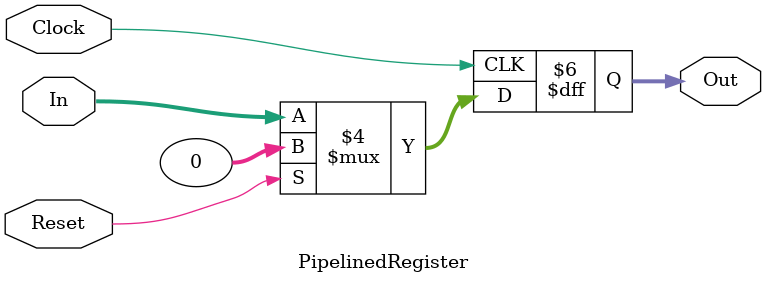
<source format=v>


//------------------------------------------------------------------------------
//	Module:		Pipeline
//	Desc:		A variable-stage shift register that is meant to explicitely add 
//				cycle delay to a wire.  This module is meant to be retimed by 
//				the synthesis tools.
//
//	NOTE (2/26/2014): added Reset to ensure no SRL inference ... we are using 
//				XST and the synplify directives will not work.
//	Author:		cwfletcher (http://cwfletcher.net)
//------------------------------------------------------------------------------
module	Pipeline(Clock, Reset, InData, OutData) /* synthesis syn_allow_retiming=1 */;
	//--------------------------------------------------------------------------
	//	Parameters
	//--------------------------------------------------------------------------

	parameter				Width =					32,
							Stages =				1;
	
	//--------------------------------------------------------------------------
	//	Constants
	//--------------------------------------------------------------------------
	
	localparam				Length =				Width * (Stages + 1);
	
	//--------------------------------------------------------------------------
	//	System Inputs
	//--------------------------------------------------------------------------

	input					Clock;
	input					Reset;
	
	//--------------------------------------------------------------------------
	//	Input
	//--------------------------------------------------------------------------

	input	[Width-1:0]		InData;
	
	//--------------------------------------------------------------------------
	//	Output
	//--------------------------------------------------------------------------

	output	[Width-1:0]		OutData;
	
	//--------------------------------------------------------------------------
	//	Wires & Regs
	//--------------------------------------------------------------------------
	
	genvar					i;
	
	//--------------------------------------------------------------------------
	//	Shift Register Core
	//--------------------------------------------------------------------------
	
	generate if (Stages > 0) begin:PIPELINE
		(* KEEP = "TRUE" *) wire	[Length-1:0]	Data_Wide; // NOTE: untested
		
		for (i = 0; i < Stages; i = i + 1) begin:STAGES						
			PipelinedRegister #(.Width(				Width))
					PLDelay(	.Clock(				Clock),
								.Reset(				Reset),
								.In(				(i == 0) ? InData : Data_Wide[i*Width+Width-1:i*Width]), 
								.Out(				Data_Wide[(i+1)*Width+Width-1:(i+1)*Width])) /* synthesis syn_allow_retiming=1 */;
		end
		
		assign	OutData =							Data_Wide[Stages*Width+Width-1:Stages*Width];
	end else begin:PASS 
		assign	OutData =							InData;
	end endgenerate
	//--------------------------------------------------------------------------
endmodule
//------------------------------------------------------------------------------

//------------------------------------------------------------------------------
//	Module:		PipelinedRegister
//	Desc:		A register that will not be turned in SRL primitives.
//------------------------------------------------------------------------------
module	PipelinedRegister(Clock, Reset, In, Out) /* synthesis syn_srlstyle="registers" */;
	//--------------------------------------------------------------------------
	//	Parameters
	//--------------------------------------------------------------------------
	
	parameter				Width = 				32;	

	//--------------------------------------------------------------------------
	//	Inputs & Outputs
	//--------------------------------------------------------------------------
	
	input					Clock;
	input					Reset;
	input	[Width-1:0]		In;
	output reg [Width-1:0]	Out /* synthesis syn_srlstyle="registers" */;
	
	`ifndef ASIC
		initial begin
			Out = {Width{1'b0}};
		end
	`endif
	
	//--------------------------------------------------------------------------
	//	Behavioral Register
	//--------------------------------------------------------------------------
	
	always @ (posedge Clock) 
		if (Reset)			Out <=					{Width{1'b0}};
		else				Out <=					In;
	
endmodule
//------------------------------------------------------------------------------

</source>
